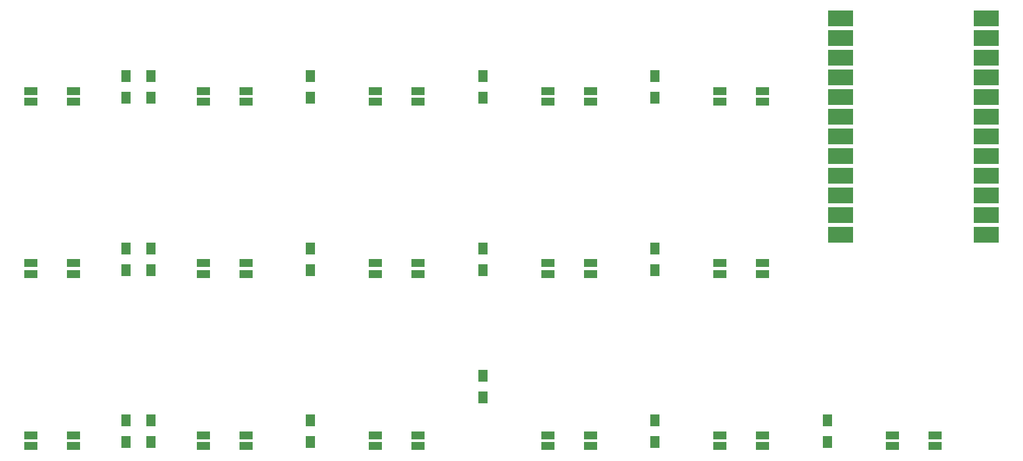
<source format=gbp>
G04 #@! TF.GenerationSoftware,KiCad,Pcbnew,(6.0.1-0)*
G04 #@! TF.CreationDate,2023-03-27T09:33:25-07:00*
G04 #@! TF.ProjectId,pcb-chocmini,7063622d-6368-46f6-936d-696e692e6b69,rev?*
G04 #@! TF.SameCoordinates,Original*
G04 #@! TF.FileFunction,Paste,Bot*
G04 #@! TF.FilePolarity,Positive*
%FSLAX46Y46*%
G04 Gerber Fmt 4.6, Leading zero omitted, Abs format (unit mm)*
G04 Created by KiCad (PCBNEW (6.0.1-0)) date 2023-03-27 09:33:25*
%MOMM*%
%LPD*%
G01*
G04 APERTURE LIST*
%ADD10R,1.700000X1.000000*%
%ADD11R,1.200000X1.600000*%
%ADD12R,3.250000X2.000000*%
G04 APERTURE END LIST*
D10*
X128162500Y-113885750D03*
X128162500Y-112485750D03*
X122662500Y-112485750D03*
X122662500Y-113885750D03*
X83712500Y-113885750D03*
X83712500Y-112485750D03*
X78212500Y-112485750D03*
X78212500Y-113885750D03*
X105937500Y-91660750D03*
X105937500Y-90260750D03*
X100437500Y-90260750D03*
X100437500Y-91660750D03*
X172612500Y-113885750D03*
X172612500Y-112485750D03*
X167112500Y-112485750D03*
X167112500Y-113885750D03*
X172612500Y-69435750D03*
X172612500Y-68035750D03*
X167112500Y-68035750D03*
X167112500Y-69435750D03*
X172612500Y-91660750D03*
X172612500Y-90260750D03*
X167112500Y-90260750D03*
X167112500Y-91660750D03*
X105937500Y-113885750D03*
X105937500Y-112485750D03*
X100437500Y-112485750D03*
X100437500Y-113885750D03*
X194837500Y-113885750D03*
X194837500Y-112485750D03*
X189337500Y-112485750D03*
X189337500Y-113885750D03*
X150387500Y-91660750D03*
X150387500Y-90260750D03*
X144887500Y-90260750D03*
X144887500Y-91660750D03*
X150387500Y-113885750D03*
X150387500Y-112485750D03*
X144887500Y-112485750D03*
X144887500Y-113885750D03*
X83712500Y-91660750D03*
X83712500Y-90260750D03*
X78212500Y-90260750D03*
X78212500Y-91660750D03*
X83712500Y-69435750D03*
X83712500Y-68035750D03*
X78212500Y-68035750D03*
X78212500Y-69435750D03*
X105937500Y-69435750D03*
X105937500Y-68035750D03*
X100437500Y-68035750D03*
X100437500Y-69435750D03*
X150387500Y-69435750D03*
X150387500Y-68035750D03*
X144887500Y-68035750D03*
X144887500Y-69435750D03*
X128162500Y-91660750D03*
X128162500Y-90260750D03*
X122662500Y-90260750D03*
X122662500Y-91660750D03*
X128162500Y-69435750D03*
X128162500Y-68035750D03*
X122662500Y-68035750D03*
X122662500Y-69435750D03*
D11*
X158750000Y-68937500D03*
X158750000Y-66137500D03*
X93662500Y-68868750D03*
X93662500Y-66068750D03*
X93662500Y-113387500D03*
X93662500Y-110587500D03*
X114300000Y-113387500D03*
X114300000Y-110587500D03*
X114300000Y-68937500D03*
X114300000Y-66137500D03*
X114300000Y-91162500D03*
X114300000Y-88362500D03*
X136525000Y-68937500D03*
X136525000Y-66137500D03*
X93662500Y-91162500D03*
X93662500Y-88362500D03*
X136525000Y-107575000D03*
X136525000Y-104775000D03*
X158750000Y-113387500D03*
X158750000Y-110587500D03*
X90487500Y-91162500D03*
X90487500Y-88362500D03*
X158750000Y-91162500D03*
X158750000Y-88362500D03*
X90487500Y-113387500D03*
X90487500Y-110587500D03*
X180975000Y-113387500D03*
X180975000Y-110587500D03*
X90487500Y-68868750D03*
X90487500Y-66068750D03*
X136525000Y-91162500D03*
X136525000Y-88362500D03*
D12*
X201485500Y-58660500D03*
X201485500Y-61200500D03*
X201485500Y-63740500D03*
X201485500Y-66280500D03*
X201485500Y-68820500D03*
X201485500Y-71360500D03*
X201485500Y-73900500D03*
X201485500Y-76440500D03*
X201485500Y-78980500D03*
X201485500Y-81520500D03*
X201485500Y-84060500D03*
X201485500Y-86600500D03*
X182689500Y-86600500D03*
X182689500Y-84060500D03*
X182689500Y-81520500D03*
X182689500Y-78980500D03*
X182689500Y-76440500D03*
X182689500Y-73900500D03*
X182689500Y-71360500D03*
X182689500Y-68820500D03*
X182689500Y-66280500D03*
X182689500Y-63740500D03*
X182689500Y-61200500D03*
X182689500Y-58660500D03*
M02*

</source>
